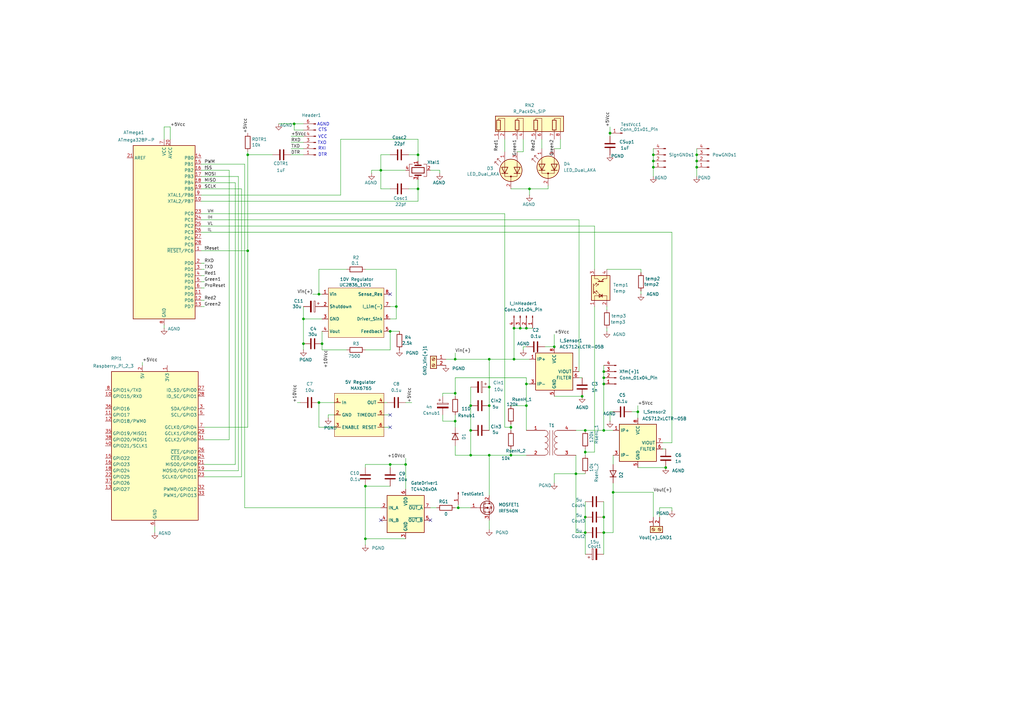
<source format=kicad_sch>
(kicad_sch (version 20250114) (generator "eeschema") (generator_version "9.0")
  (paper "A3")
  (title_block (title "EV Microgrid Flyback Converter") (company "Cal Poly, Senior Project"))
  (lib_symbols
    (symbol "C_1" (pin_numbers (hide yes)) (pin_names (offset 0.254))
      (property "Reference" "C" (at 0.635 2.54 0))
      (property "Value" "C" (at 0.635 -2.54 0))
      (symbol "C_1_1_1"
        (pin passive line (at 0 3.81 270) (length 2.794) (name "~") (number "1"))
        (pin passive line (at 0 -3.81 90) (length 2.794) (name "~") (number "2"))
      )
    )
    (symbol "Connector:Conn_01x01_Pin" (pin_names (offset 1.016) (hide yes))
      (property "Reference" "J" (at 0 2.54 0))
      (property "Value" "Conn_01x01_Pin" (at 0 -2.54 0))
      (symbol "Conn_01x01_Pin_1_1"
        (pin passive line (at 5.08 0 180) (length 3.81) (name "Pin_1") (number "1"))
      )
    )
    (symbol "Connector:Conn_01x04_Pin" (pin_names (offset 1.016) (hide yes))
      (property "Reference" "J" (at 0 5.08 0))
      (property "Value" "Conn_01x04_Pin" (at 0 -7.62 0))
      (symbol "Conn_01x04_Pin_1_1"
        (pin passive line (at 5.08 2.54 180) (length 3.81) (name "Pin_1") (number "1"))
        (pin passive line (at 5.08 0 180) (length 3.81) (name "Pin_2") (number "2"))
        (pin passive line (at 5.08 -2.54 180) (length 3.81) (name "Pin_3") (number "3"))
        (pin passive line (at 5.08 -5.08 180) (length 3.81) (name "Pin_4") (number "4"))
      )
    )
    (symbol "Connector:Raspberry_Pi_2_3"
      (property "Reference" "J" (at -17.78 31.75 0))
      (property "Value" "Raspberry_Pi_2_3" (at 10.16 -31.75 0))
      (symbol "Raspberry_Pi_2_3_1_1"
        (pin bidirectional line (at -20.32 22.86 0) (length 2.54) (name "GPIO14/TXD") (number "8"))
        (pin bidirectional line (at -20.32 20.32 0) (length 2.54) (name "GPIO15/RXD") (number "10"))
        (pin bidirectional line (at -20.32 15.24 0) (length 2.54) (name "GPIO16") (number "36"))
        (pin bidirectional line (at -20.32 12.7 0) (length 2.54) (name "GPIO17") (number "11"))
        (pin bidirectional line (at -20.32 10.16 0) (length 2.54) (name "GPIO18/PWM0") (number "12"))
        (pin bidirectional line (at -20.32 5.08 0) (length 2.54) (name "GPIO19/MISO1") (number "35"))
        (pin bidirectional line (at -20.32 2.54 0) (length 2.54) (name "GPIO20/MOSI1") (number "38"))
        (pin bidirectional line (at -20.32 0 0) (length 2.54) (name "GPIO21/SCLK1") (number "40"))
        (pin bidirectional line (at -20.32 -5.08 0) (length 2.54) (name "GPIO22") (number "15"))
        (pin bidirectional line (at -20.32 -7.62 0) (length 2.54) (name "GPIO23") (number "16"))
        (pin bidirectional line (at -20.32 -10.16 0) (length 2.54) (name "GPIO24") (number "18"))
        (pin bidirectional line (at -20.32 -12.7 0) (length 2.54) (name "GPIO25") (number "22"))
        (pin bidirectional line (at -20.32 -15.24 0) (length 2.54) (name "GPIO26") (number "37"))
        (pin bidirectional line (at -20.32 -17.78 0) (length 2.54) (name "GPIO27") (number "13"))
        (pin power_in line (at -5.08 33.02 270) (length 2.54) (name "5V") (number "2"))
        (pin passive line (at -5.08 33.02 270) (length 2.54) (hide yes) (name "5V") (number "4"))
        (pin passive line (at 0 -33.02 90) (length 2.54) (hide yes) (name "GND") (number "14"))
        (pin passive line (at 0 -33.02 90) (length 2.54) (hide yes) (name "GND") (number "20"))
        (pin passive line (at 0 -33.02 90) (length 2.54) (hide yes) (name "GND") (number "25"))
        (pin passive line (at 0 -33.02 90) (length 2.54) (hide yes) (name "GND") (number "30"))
        (pin passive line (at 0 -33.02 90) (length 2.54) (hide yes) (name "GND") (number "34"))
        (pin passive line (at 0 -33.02 90) (length 2.54) (hide yes) (name "GND") (number "39"))
        (pin power_in line (at 0 -33.02 90) (length 2.54) (name "GND") (number "6"))
        (pin passive line (at 0 -33.02 90) (length 2.54) (hide yes) (name "GND") (number "9"))
        (pin power_in line (at 5.08 33.02 270) (length 2.54) (name "3V3") (number "1"))
        (pin passive line (at 5.08 33.02 270) (length 2.54) (hide yes) (name "3V3") (number "17"))
        (pin bidirectional line (at 20.32 22.86 180) (length 2.54) (name "ID_SD/GPIO0") (number "27"))
        (pin bidirectional line (at 20.32 20.32 180) (length 2.54) (name "ID_SC/GPIO1") (number "28"))
        (pin bidirectional line (at 20.32 15.24 180) (length 2.54) (name "SDA/GPIO2") (number "3"))
        (pin bidirectional line (at 20.32 12.7 180) (length 2.54) (name "SCL/GPIO3") (number "5"))
        (pin bidirectional line (at 20.32 7.62 180) (length 2.54) (name "GCLK0/GPIO4") (number "7"))
        (pin bidirectional line (at 20.32 5.08 180) (length 2.54) (name "GCLK1/GPIO5") (number "29"))
        (pin bidirectional line (at 20.32 2.54 180) (length 2.54) (name "GCLK2/GPIO6") (number "31"))
        (pin bidirectional line (at 20.32 -2.54 180) (length 2.54) (name "~{CE1}/GPIO7") (number "26"))
        (pin bidirectional line (at 20.32 -5.08 180) (length 2.54) (name "~{CE0}/GPIO8") (number "24"))
        (pin bidirectional line (at 20.32 -7.62 180) (length 2.54) (name "MISO0/GPIO9") (number "21"))
        (pin bidirectional line (at 20.32 -10.16 180) (length 2.54) (name "MOSI0/GPIO10") (number "19"))
        (pin bidirectional line (at 20.32 -12.7 180) (length 2.54) (name "SCLK0/GPIO11") (number "23"))
        (pin bidirectional line (at 20.32 -17.78 180) (length 2.54) (name "PWM0/GPIO12") (number "32"))
        (pin bidirectional line (at 20.32 -20.32 180) (length 2.54) (name "PWM1/GPIO13") (number "33"))
      )
    )
    (symbol "Connector:Screw_Terminal_01x02" (pin_names (offset 1.016) (hide yes))
      (property "Reference" "J" (at 0 2.54 0))
      (property "Value" "Screw_Terminal_01x02" (at 0 -5.08 0))
      (symbol "Screw_Terminal_01x02_1_1"
        (pin passive line (at -5.08 0 0) (length 3.81) (name "Pin_1") (number "1"))
        (pin passive line (at -5.08 -2.54 0) (length 3.81) (name "Pin_2") (number "2"))
      )
    )
    (symbol "Device:C" (pin_numbers (hide yes)) (pin_names (offset 0.254))
      (property "Reference" "C" (at 0.635 2.54 0))
      (property "Value" "C" (at 0.635 -2.54 0))
      (symbol "C_1_1"
        (pin passive line (at 0 3.81 270) (length 2.794) (name "~") (number "1"))
        (pin passive line (at 0 -3.81 90) (length 2.794) (name "~") (number "2"))
      )
    )
    (symbol "Device:C_Polarized" (pin_numbers (hide yes)) (pin_names (offset 0.254))
      (property "Reference" "C" (at 0.635 2.54 0))
      (property "Value" "C_Polarized" (at 0.635 -2.54 0))
      (symbol "C_Polarized_1_1"
        (pin passive line (at 0 3.81 270) (length 2.794) (name "~") (number "1"))
        (pin passive line (at 0 -3.81 90) (length 2.794) (name "~") (number "2"))
      )
    )
    (symbol "Device:Crystal_GND23" (pin_names (offset 1.016) (hide yes))
      (property "Reference" "Y1" (at 11.43 6.4202 0))
      (property "Value" "Crystal_GND23" (at 11.43 3.8802 0))
      (symbol "Crystal_GND23_1_1"
        (pin passive line (at -3.81 0 0) (length 1.27) (name "1") (number "1"))
        (pin passive line (at 0 5.08 270) (length 1.27) (name "2") (number "2"))
        (pin passive line (at 0 -5.08 90) (length 1.27) (name "4") (number "4"))
        (pin passive line (at 3.81 0 180) (length 1.27) (name "3") (number "3"))
      )
    )
    (symbol "Device:D" (pin_numbers (hide yes)) (pin_names (offset 1.016) (hide yes))
      (property "Reference" "D" (at 0 2.54 0))
      (property "Value" "D" (at 0 -2.54 0))
      (symbol "D_1_1"
        (pin passive line (at -3.81 0 0) (length 2.54) (name "K") (number "1"))
        (pin passive line (at 3.81 0 180) (length 2.54) (name "A") (number "2"))
      )
    )
    (symbol "Device:LED_Dual_AKA" (pin_names (offset 0) (hide yes))
      (property "Reference" "D" (at 0 5.715 0))
      (property "Value" "LED_Dual_AKA" (at 0 -6.35 0))
      (symbol "LED_Dual_AKA_1_1"
        (pin input line (at -7.62 0 0) (length 3.048) (name "K") (number "2"))
        (pin input line (at 7.62 2.54 180) (length 3.81) (name "A1") (number "1"))
        (pin input line (at 7.62 -2.54 180) (length 3.81) (name "A2") (number "3"))
      )
    )
    (symbol "Device:R" (pin_numbers (hide yes)) (pin_names (offset 0))
      (property "Reference" "R" (at 2.032 0 90))
      (property "Value" "R" (at 0 0 90))
      (symbol "R_1_1"
        (pin passive line (at 0 3.81 270) (length 1.27) (name "~") (number "1"))
        (pin passive line (at 0 -3.81 90) (length 1.27) (name "~") (number "2"))
      )
    )
    (symbol "Device:R_Pack04_SIP" (pin_names (offset 0) (hide yes))
      (property "Reference" "RN" (at -15.24 0 90))
      (property "Value" "R_Pack04_SIP" (at 15.24 0 90))
      (symbol "R_Pack04_SIP_1_1"
        (pin passive line (at -12.7 -5.08 90) (length 3.81) (name "R1.1") (number "1"))
        (pin passive line (at -10.16 -5.08 90) (length 3.81) (name "R1.2") (number "2"))
        (pin passive line (at -5.08 -5.08 90) (length 3.81) (name "R2.1") (number "3"))
        (pin passive line (at -2.54 -5.08 90) (length 3.81) (name "R2.2") (number "4"))
        (pin passive line (at 2.54 -5.08 90) (length 3.81) (name "R3.1") (number "5"))
        (pin passive line (at 5.08 -5.08 90) (length 3.81) (name "R3.2") (number "6"))
        (pin passive line (at 10.16 -5.08 90) (length 3.81) (name "R4.1") (number "7"))
        (pin passive line (at 12.7 -5.08 90) (length 3.81) (name "R4.2") (number "8"))
      )
    )
    (symbol "Device:Transformer_1P_1S" (pin_names (offset 1.016) (hide yes))
      (property "Reference" "T" (at 0 6.35 0))
      (property "Value" "Transformer_1P_1S" (at 0 -7.62 0))
      (symbol "Transformer_1P_1S_1_1"
        (pin passive line (at -10.16 5.08 0) (length 7.62) (name "AA") (number "1"))
        (pin passive line (at -10.16 -5.08 0) (length 7.62) (name "AB") (number "2"))
        (pin passive line (at 10.16 5.08 180) (length 7.62) (name "SB") (number "4"))
        (pin passive line (at 10.16 -5.08 180) (length 7.62) (name "SA") (number "3"))
      )
    )
    (symbol "Driver_FET:TC4426xOA"
      (property "Reference" "U" (at -7.62 8.89 0))
      (property "Value" "TC4426xOA" (at 1.27 8.89 0))
      (symbol "TC4426xOA_1_1"
        (pin input line (at -10.16 2.54 0) (length 2.54) (name "IN_A") (number "2"))
        (pin input line (at -10.16 -2.54 0) (length 2.54) (name "IN_B") (number "4"))
        (pin no_connect line (at -7.62 0 0) (length 2.54) (hide yes) (name "NC") (number "1"))
        (pin power_in line (at 0 10.16 270) (length 2.54) (name "VDD") (number "6"))
        (pin power_in line (at 0 -10.16 90) (length 2.54) (name "GND") (number "3"))
        (pin no_connect line (at 7.62 0 180) (length 2.54) (hide yes) (name "NC") (number "8"))
        (pin output line (at 10.16 2.54 180) (length 2.54) (name "~{OUT_A}") (number "7"))
        (pin output line (at 10.16 -2.54 180) (length 2.54) (name "~{OUT_B}") (number "5"))
      )
    )
    (symbol "MCU_Microchip_ATmega:ATmega328P-P"
      (property "Reference" "U" (at -12.7 36.83 0))
      (property "Value" "ATmega328P-P" (at 2.54 -36.83 0))
      (symbol "ATmega328P-P_1_1"
        (pin passive line (at -15.24 30.48 0) (length 2.54) (name "AREF") (number "21"))
        (pin power_in line (at 0 38.1 270) (length 2.54) (name "VCC") (number "7"))
        (pin passive line (at 0 -38.1 90) (length 2.54) (hide yes) (name "GND") (number "22"))
        (pin power_in line (at 0 -38.1 90) (length 2.54) (name "GND") (number "8"))
        (pin power_in line (at 2.54 38.1 270) (length 2.54) (name "AVCC") (number "20"))
        (pin bidirectional line (at 15.24 30.48 180) (length 2.54) (name "PB0") (number "14"))
        (pin bidirectional line (at 15.24 27.94 180) (length 2.54) (name "PB1") (number "15"))
        (pin bidirectional line (at 15.24 25.4 180) (length 2.54) (name "PB2") (number "16"))
        (pin bidirectional line (at 15.24 22.86 180) (length 2.54) (name "PB3") (number "17"))
        (pin bidirectional line (at 15.24 20.32 180) (length 2.54) (name "PB4") (number "18"))
        (pin bidirectional line (at 15.24 17.78 180) (length 2.54) (name "PB5") (number "19"))
        (pin bidirectional line (at 15.24 15.24 180) (length 2.54) (name "XTAL1/PB6") (number "9"))
        (pin bidirectional line (at 15.24 12.7 180) (length 2.54) (name "XTAL2/PB7") (number "10"))
        (pin bidirectional line (at 15.24 7.62 180) (length 2.54) (name "PC0") (number "23"))
        (pin bidirectional line (at 15.24 5.08 180) (length 2.54) (name "PC1") (number "24"))
        (pin bidirectional line (at 15.24 2.54 180) (length 2.54) (name "PC2") (number "25"))
        (pin bidirectional line (at 15.24 0 180) (length 2.54) (name "PC3") (number "26"))
        (pin bidirectional line (at 15.24 -2.54 180) (length 2.54) (name "PC4") (number "27"))
        (pin bidirectional line (at 15.24 -5.08 180) (length 2.54) (name "PC5") (number "28"))
        (pin bidirectional line (at 15.24 -7.62 180) (length 2.54) (name "~{RESET}/PC6") (number "1"))
        (pin bidirectional line (at 15.24 -12.7 180) (length 2.54) (name "PD0") (number "2"))
        (pin bidirectional line (at 15.24 -15.24 180) (length 2.54) (name "PD1") (number "3"))
        (pin bidirectional line (at 15.24 -17.78 180) (length 2.54) (name "PD2") (number "4"))
        (pin bidirectional line (at 15.24 -20.32 180) (length 2.54) (name "PD3") (number "5"))
        (pin bidirectional line (at 15.24 -22.86 180) (length 2.54) (name "PD4") (number "6"))
        (pin bidirectional line (at 15.24 -25.4 180) (length 2.54) (name "PD5") (number "11"))
        (pin bidirectional line (at 15.24 -27.94 180) (length 2.54) (name "PD6") (number "12"))
        (pin bidirectional line (at 15.24 -30.48 180) (length 2.54) (name "PD7") (number "13"))
      )
    )
    (symbol "New_Library:MAX6765"
      (property "Reference" "MAX6765" (at 0.762 0.762 0))
      (property "Value" "5V Regulator" (at 0.508 3.302 0))
      (symbol "MAX6765_1_1"
        (pin input line (at -10.16 -5.08 0) (length 2.54) (name "In") (number "1"))
        (pin input line (at -10.16 -10.16 0) (length 2.54) (name "GND") (number "2"))
        (pin input line (at -10.16 -15.24 0) (length 2.54) (name "ENABLE") (number "3"))
        (pin input line (at 10.16 -5.08 180) (length 2.54) (name "OUT") (number "4"))
        (pin input line (at 10.16 -10.16 180) (length 2.54) (name "TIMEOUT") (number "5"))
        (pin input line (at 10.16 -15.24 180) (length 2.54) (name "RESET") (number "6"))
      )
    )
    (symbol "Regulator:UC2836D"
      (property "Reference" "UC2836D" (at 0 0 0))
      (symbol "UC2836D_1_1"
        (pin input line (at -13.97 -3.81 0) (length 2.54) (name "Vin") (number "1"))
        (pin input line (at -13.97 -8.89 0) (length 2.54) (name "Shutdown") (number "2"))
        (pin output line (at -13.97 -13.97 0) (length 2.54) (name "GND") (number "3"))
        (pin output line (at -13.97 -19.05 0) (length 2.54) (name "Vout") (number "4"))
        (pin unspecified line (at 13.97 -3.81 180) (length 2.54) (name "Sense_Res") (number "8"))
        (pin output line (at 13.97 -8.89 180) (length 2.54) (name "I_Lim(-)") (number "7"))
        (pin input line (at 13.97 -13.97 180) (length 2.54) (name "Driver_Sink") (number "6"))
        (pin input line (at 13.97 -19.05 180) (length 2.54) (name "Feedback") (number "5"))
      )
    )
    (symbol "Sensor_Current:ACS712xLCTR-05B"
      (property "Reference" "U" (at 2.54 11.43 0))
      (property "Value" "ACS712xLCTR-05B" (at 2.54 8.89 0))
      (symbol "ACS712xLCTR-05B_1_1"
        (pin passive line (at -10.16 5.08 0) (length 2.54) (name "IP+") (number "1"))
        (pin passive line (at -10.16 5.08 0) (length 2.54) (hide yes) (name "IP+") (number "2"))
        (pin passive line (at -10.16 -5.08 0) (length 2.54) (name "IP-") (number "3"))
        (pin passive line (at -10.16 -5.08 0) (length 2.54) (hide yes) (name "IP-") (number "4"))
        (pin power_in line (at 0 10.16 270) (length 2.54) (name "VCC") (number "8"))
        (pin power_in line (at 0 -10.16 90) (length 2.54) (name "GND") (number "5"))
        (pin output line (at 10.16 0 180) (length 2.54) (name "VIOUT") (number "7"))
        (pin passive line (at 10.16 -2.54 180) (length 2.54) (name "FILTER") (number "6"))
      )
    )
    (symbol "Sensor_Proximity:SG-105" (pin_names (offset 1.016) (hide yes))
      (property "Reference" "U" (at -3.81 5.08 0))
      (property "Value" "SG-105" (at 8.89 5.08 0))
      (symbol "SG-105_1_1"
        (pin passive line (at -7.62 2.54 0) (length 2.54) (name "A") (number "1"))
        (pin passive line (at -7.62 -2.54 0) (length 2.54) (name "K") (number "2"))
        (pin open_collector line (at 7.62 2.54 180) (length 2.54) (name "C") (number "3"))
        (pin open_emitter line (at 7.62 -2.54 180) (length 2.54) (name "E") (number "4"))
      )
    )
    (symbol "Transistor_FET:IRF540N" (pin_names (hide yes))
      (property "Reference" "Q" (at 5.08 1.905 0))
      (property "Value" "IRF540N" (at 5.08 0 0))
      (symbol "IRF540N_1_1"
        (pin input line (at -5.08 0 0) (length 2.54) (name "G") (number "1"))
        (pin passive line (at 2.54 5.08 270) (length 2.54) (name "D") (number "2"))
        (pin passive line (at 2.54 -5.08 90) (length 2.54) (name "S") (number "3"))
      )
    )
    (symbol "conn_01x06_male:Conn_01x06_Male" (pin_names (offset 1.016) (hide yes))
      (property "Reference" "HeaderFTDI1" (at -6.35 -1.524 0))
      (property "Value" "Conn_01x06_Male" (at -6.35 -3.8354 0))
      (symbol "Conn_01x06_Male_1_1"
        (pin passive line (at 5.08 5.08 180) (length 3.81) (name "Pin_1") (number "1"))
        (pin passive line (at 5.08 2.54 180) (length 3.81) (name "Pin_2") (number "2"))
        (pin passive line (at 5.08 0 180) (length 3.81) (name "Pin_3") (number "3"))
        (pin passive line (at 5.08 -2.54 180) (length 3.81) (name "Pin_4") (number "4"))
        (pin passive line (at 5.08 -5.08 180) (length 3.81) (name "Pin_5") (number "5"))
        (pin passive line (at 5.08 -7.62 180) (length 3.81) (name "Pin_6") (number "6"))
      )
    )
    (symbol "power:GND" (power) (pin_numbers (hide yes)) (pin_names (offset 0) (hide yes))
      (property "Value" "GND" (at 0 -3.81 0))
      (symbol "GND_1_1"
        (pin power_in line (at 0 0 270) (length 0) (name "~") (number "1"))
      )
    )
  )
  (text "AGND\n\n" (at 132.588 52.07 0) (effects (font (size 1.27 1.27))))
  (text "VCC" (at 132.334 56.134 0) (effects (font (size 1.27 1.27))))
  (text "RXI\n" (at 132.08 60.96 0) (effects (font (size 1.27 1.27))))
  (text "CTS\n" (at 132.334 53.34 0) (effects (font (size 1.27 1.27))))
  (text "TXO\n\n" (at 132.08 59.69 0) (effects (font (size 1.27 1.27))))
  (text "DTR\n" (at 132.334 63.5 0) (effects (font (size 1.27 1.27))))
  (junction (at 285.75 68.58))
  (junction (at 187.96 208.28))
  (junction (at 209.55 175.26))
  (junction (at 193.04 166.37))
  (junction (at 171.45 77.47))
  (junction (at 217.17 77.47))
  (junction (at 285.75 63.5))
  (junction (at 285.75 66.04))
  (junction (at 240.03 185.42))
  (junction (at 200.66 186.69))
  (junction (at 186.69 172.72))
  (junction (at 238.76 162.56))
  (junction (at 247.65 154.94))
  (junction (at 273.05 191.77))
  (junction (at 130.81 165.1))
  (junction (at 247.65 176.53))
  (junction (at 250.19 54.61))
  (junction (at 215.9 166.37))
  (junction (at 210.82 134.62))
  (junction (at 240.03 212.09))
  (junction (at 240.03 176.53))
  (junction (at 171.45 63.5))
  (junction (at 120.65 50.8))
  (junction (at 160.02 135.89))
  (junction (at 267.97 66.04))
  (junction (at 124.46 130.81))
  (junction (at 251.46 201.93))
  (junction (at 213.36 134.62))
  (junction (at 227.33 142.24))
  (junction (at 101.6 63.5))
  (junction (at 186.69 147.32))
  (junction (at 261.62 168.91))
  (junction (at 236.22 194.31))
  (junction (at 247.65 157.48))
  (junction (at 130.81 120.65))
  (junction (at 149.86 199.39))
  (junction (at 101.6 102.87))
  (junction (at 267.97 68.58))
  (junction (at 215.9 157.48))
  (junction (at 215.9 134.62))
  (junction (at 240.03 218.44))
  (junction (at 166.37 190.5))
  (junction (at 149.86 220.98))
  (junction (at 247.65 212.09))
  (junction (at 210.82 147.32))
  (junction (at 267.97 63.5))
  (junction (at 193.04 176.53))
  (junction (at 156.21 69.85))
  (junction (at 247.65 218.44))
  (junction (at 200.66 166.37))
  (junction (at 247.65 152.4))
  (junction (at 200.66 158.75))
  (junction (at 162.56 125.73))
  (junction (at 200.66 147.32))
  (junction (at 132.08 140.97))
  (junction (at 209.55 186.69))
  (junction (at 186.69 161.29))
  (junction (at 160.02 190.5))
  (junction (at 193.04 186.69))
  (junction (at 124.46 140.97))
  (no_connect (at 160.02 120.65))
  (no_connect (at 160.02 175.26))
  (no_connect (at 176.53 213.36))
  (no_connect (at 156.21 213.36))
  (no_connect (at 160.02 170.18))
  (wire (pts (xy 130.81 175.26) (xy 130.81 165.1)))
  (wire (pts (xy 209.55 166.37) (xy 215.9 166.37)))
  (wire (pts (xy 217.17 77.47) (xy 217.17 80.01)))
  (wire (pts (xy 149.86 199.39) (xy 160.02 199.39)))
  (wire (pts (xy 236.22 194.31) (xy 236.22 218.44)))
  (wire (pts (xy 101.6 63.5) (xy 111.76 63.5)))
  (wire (pts (xy 215.9 154.94) (xy 215.9 157.48)))
  (wire (pts (xy 152.4 71.12) (xy 152.4 69.85)))
  (wire (pts (xy 171.45 77.47) (xy 171.45 82.55)))
  (wire (pts (xy 182.88 147.32) (xy 186.69 147.32)))
  (wire (pts (xy 67.31 133.35) (xy 67.31 134.62)))
  (wire (pts (xy 247.65 157.48) (xy 247.65 176.53)))
  (wire (pts (xy 261.62 191.77) (xy 273.05 191.77)))
  (wire (pts (xy 119.38 63.5) (xy 124.46 63.5)))
  (wire (pts (xy 209.55 173.99) (xy 209.55 175.26)))
  (wire (pts (xy 171.45 73.66) (xy 171.45 77.47)))
  (wire (pts (xy 162.56 130.81) (xy 162.56 125.73)))
  (wire (pts (xy 181.61 161.29) (xy 186.69 161.29)))
  (wire (pts (xy 120.65 50.8) (xy 120.65 53.34)))
  (wire (pts (xy 67.31 57.15) (xy 67.31 52.07)))
  (wire (pts (xy 67.31 52.07) (xy 69.85 52.07)))
  (wire (pts (xy 96.52 74.93) (xy 82.55 74.93)))
  (wire (pts (xy 267.97 66.04) (xy 267.97 68.58)))
  (wire (pts (xy 139.7 57.15) (xy 139.7 80.01)))
  (wire (pts (xy 200.66 147.32) (xy 210.82 147.32)))
  (wire (pts (xy 82.55 118.11) (xy 83.82 118.11)))
  (wire (pts (xy 130.81 120.65) (xy 130.81 110.49)))
  (wire (pts (xy 162.56 125.73) (xy 160.02 125.73)))
  (wire (pts (xy 243.84 185.42) (xy 240.03 185.42)))
  (wire (pts (xy 262.89 111.76) (xy 262.89 110.49)))
  (wire (pts (xy 157.48 165.1) (xy 158.75 165.1)))
  (wire (pts (xy 243.84 125.73) (xy 243.84 185.42)))
  (wire (pts (xy 186.69 172.72) (xy 186.69 170.18)))
  (wire (pts (xy 82.55 87.63) (xy 207.01 87.63)))
  (wire (pts (xy 156.21 63.5) (xy 156.21 69.85)))
  (wire (pts (xy 224.79 77.47) (xy 224.79 76.2)))
  (wire (pts (xy 193.04 166.37) (xy 193.04 176.53)))
  (wire (pts (xy 83.82 193.04) (xy 97.79 193.04)))
  (wire (pts (xy 210.82 134.62) (xy 210.82 147.32)))
  (wire (pts (xy 128.27 120.65) (xy 130.81 120.65)))
  (wire (pts (xy 82.55 123.19) (xy 83.82 123.19)))
  (wire (pts (xy 156.21 69.85) (xy 156.21 77.47)))
  (wire (pts (xy 227.33 194.31) (xy 236.22 194.31)))
  (wire (pts (xy 207.01 87.63) (xy 207.01 175.26)))
  (wire (pts (xy 97.79 193.04) (xy 97.79 72.39)))
  (wire (pts (xy 236.22 186.69) (xy 236.22 194.31)))
  (wire (pts (xy 187.96 208.28) (xy 193.04 208.28)))
  (wire (pts (xy 247.65 212.09) (xy 247.65 205.74)))
  (wire (pts (xy 132.08 143.51) (xy 142.24 143.51)))
  (wire (pts (xy 130.81 110.49) (xy 142.24 110.49)))
  (wire (pts (xy 193.04 176.53) (xy 193.04 186.69)))
  (wire (pts (xy 285.75 68.58) (xy 285.75 72.39)))
  (wire (pts (xy 209.55 175.26) (xy 209.55 176.53)))
  (wire (pts (xy 250.19 54.61) (xy 250.19 55.88)))
  (wire (pts (xy 166.37 190.5) (xy 166.37 187.96)))
  (wire (pts (xy 82.55 82.55) (xy 171.45 82.55)))
  (wire (pts (xy 83.82 175.26) (xy 101.6 175.26)))
  (wire (pts (xy 193.04 158.75) (xy 193.04 166.37)))
  (wire (pts (xy 99.06 77.47) (xy 82.55 77.47)))
  (wire (pts (xy 223.52 142.24) (xy 227.33 142.24)))
  (wire (pts (xy 247.65 176.53) (xy 251.46 176.53)))
  (wire (pts (xy 132.08 140.97) (xy 132.08 143.51)))
  (wire (pts (xy 270.51 208.28) (xy 270.51 212.09)))
  (wire (pts (xy 124.46 125.73) (xy 124.46 130.81)))
  (wire (pts (xy 100.33 208.28) (xy 156.21 208.28)))
  (wire (pts (xy 247.65 149.86) (xy 247.65 152.4)))
  (wire (pts (xy 247.65 152.4) (xy 247.65 154.94)))
  (wire (pts (xy 267.97 201.93) (xy 251.46 201.93)))
  (wire (pts (xy 247.65 218.44) (xy 251.46 218.44)))
  (wire (pts (xy 82.55 110.49) (xy 83.82 110.49)))
  (wire (pts (xy 162.56 110.49) (xy 162.56 125.73)))
  (wire (pts (xy 236.22 176.53) (xy 240.03 176.53)))
  (wire (pts (xy 82.55 107.95) (xy 83.82 107.95)))
  (wire (pts (xy 186.69 162.56) (xy 186.69 161.29)))
  (wire (pts (xy 251.46 218.44) (xy 251.46 201.93)))
  (wire (pts (xy 149.86 110.49) (xy 162.56 110.49)))
  (wire (pts (xy 121.92 165.1) (xy 123.19 165.1)))
  (wire (pts (xy 214.63 142.24) (xy 214.63 143.51)))
  (wire (pts (xy 101.6 62.23) (xy 101.6 63.5)))
  (wire (pts (xy 82.55 102.87) (xy 101.6 102.87)))
  (wire (pts (xy 251.46 168.91) (xy 250.19 168.91)))
  (wire (pts (xy 285.75 63.5) (xy 285.75 66.04)))
  (wire (pts (xy 250.19 168.91) (xy 250.19 172.72)))
  (wire (pts (xy 240.03 218.44) (xy 240.03 212.09)))
  (wire (pts (xy 101.6 102.87) (xy 101.6 63.5)))
  (wire (pts (xy 82.55 92.71) (xy 243.84 92.71)))
  (wire (pts (xy 271.78 181.61) (xy 275.59 181.61)))
  (wire (pts (xy 156.21 69.85) (xy 166.37 69.85)))
  (wire (pts (xy 247.65 227.33) (xy 247.65 218.44)))
  (wire (pts (xy 237.49 152.4) (xy 237.49 90.17)))
  (wire (pts (xy 156.21 63.5) (xy 160.02 63.5)))
  (wire (pts (xy 236.22 194.31) (xy 240.03 194.31)))
  (wire (pts (xy 222.25 57.15) (xy 222.25 60.96)))
  (wire (pts (xy 227.33 137.16) (xy 227.33 142.24)))
  (wire (pts (xy 120.65 50.8) (xy 124.46 50.8)))
  (wire (pts (xy 209.55 184.15) (xy 209.55 186.69)))
  (wire (pts (xy 58.42 148.59) (xy 58.42 149.86)))
  (wire (pts (xy 82.55 69.85) (xy 93.98 69.85)))
  (wire (pts (xy 207.01 57.15) (xy 207.01 62.23)))
  (wire (pts (xy 82.55 95.25) (xy 275.59 95.25)))
  (wire (pts (xy 160.02 135.89) (xy 163.83 135.89)))
  (wire (pts (xy 200.66 158.75) (xy 200.66 166.37)))
  (wire (pts (xy 97.79 72.39) (xy 82.55 72.39)))
  (wire (pts (xy 139.7 57.15) (xy 171.45 57.15)))
  (wire (pts (xy 259.08 168.91) (xy 261.62 168.91)))
  (wire (pts (xy 139.7 80.01) (xy 82.55 80.01)))
  (wire (pts (xy 119.38 60.96) (xy 124.46 60.96)))
  (wire (pts (xy 63.5 215.9) (xy 63.5 218.44)))
  (wire (pts (xy 176.53 69.85) (xy 180.34 69.85)))
  (wire (pts (xy 267.97 60.96) (xy 267.97 63.5)))
  (wire (pts (xy 209.55 186.69) (xy 200.66 186.69)))
  (wire (pts (xy 267.97 201.93) (xy 267.97 212.09)))
  (wire (pts (xy 186.69 144.78) (xy 186.69 147.32)))
  (wire (pts (xy 215.9 157.48) (xy 215.9 166.37)))
  (wire (pts (xy 285.75 60.96) (xy 285.75 63.5)))
  (wire (pts (xy 119.38 55.88) (xy 124.46 55.88)))
  (wire (pts (xy 209.55 77.47) (xy 217.17 77.47)))
  (wire (pts (xy 181.61 170.18) (xy 181.61 172.72)))
  (wire (pts (xy 247.65 154.94) (xy 247.65 157.48)))
  (wire (pts (xy 210.82 134.62) (xy 213.36 134.62)))
  (wire (pts (xy 237.49 90.17) (xy 82.55 90.17)))
  (wire (pts (xy 119.38 58.42) (xy 124.46 58.42)))
  (wire (pts (xy 100.33 67.31) (xy 100.33 208.28)))
  (wire (pts (xy 186.69 175.26) (xy 186.69 172.72)))
  (wire (pts (xy 137.16 165.1) (xy 130.81 165.1)))
  (wire (pts (xy 217.17 77.47) (xy 224.79 77.47)))
  (wire (pts (xy 160.02 170.18) (xy 157.48 170.18)))
  (wire (pts (xy 207.01 175.26) (xy 209.55 175.26)))
  (wire (pts (xy 236.22 218.44) (xy 240.03 218.44)))
  (wire (pts (xy 181.61 162.56) (xy 181.61 161.29)))
  (wire (pts (xy 171.45 57.15) (xy 171.45 63.5)))
  (wire (pts (xy 176.53 208.28) (xy 179.07 208.28)))
  (wire (pts (xy 124.46 130.81) (xy 132.08 130.81)))
  (wire (pts (xy 270.51 208.28) (xy 275.59 208.28)))
  (wire (pts (xy 227.33 60.96) (xy 229.87 60.96)))
  (wire (pts (xy 248.92 135.89) (xy 248.92 134.62)))
  (wire (pts (xy 82.55 67.31) (xy 100.33 67.31)))
  (wire (pts (xy 215.9 142.24) (xy 214.63 142.24)))
  (wire (pts (xy 160.02 190.5) (xy 160.02 191.77)))
  (wire (pts (xy 149.86 220.98) (xy 149.86 223.52)))
  (wire (pts (xy 167.64 77.47) (xy 171.45 77.47)))
  (wire (pts (xy 229.87 57.15) (xy 229.87 60.96)))
  (wire (pts (xy 124.46 143.51) (xy 124.46 140.97)))
  (wire (pts (xy 82.55 115.57) (xy 83.82 115.57)))
  (wire (pts (xy 200.66 213.36) (xy 200.66 217.17)))
  (wire (pts (xy 267.97 68.58) (xy 267.97 72.39)))
  (wire (pts (xy 160.02 130.81) (xy 162.56 130.81)))
  (wire (pts (xy 82.55 113.03) (xy 83.82 113.03)))
  (wire (pts (xy 217.17 157.48) (xy 215.9 157.48)))
  (wire (pts (xy 240.03 212.09) (xy 240.03 205.74)))
  (wire (pts (xy 200.66 147.32) (xy 200.66 158.75)))
  (wire (pts (xy 243.84 92.71) (xy 243.84 110.49)))
  (wire (pts (xy 240.03 185.42) (xy 240.03 184.15)))
  (wire (pts (xy 187.96 207.01) (xy 187.96 208.28)))
  (wire (pts (xy 167.64 63.5) (xy 171.45 63.5)))
  (wire (pts (xy 166.37 165.1) (xy 168.91 165.1)))
  (wire (pts (xy 186.69 154.94) (xy 215.9 154.94)))
  (wire (pts (xy 215.9 166.37) (xy 215.9 176.53)))
  (wire (pts (xy 134.62 170.18) (xy 137.16 170.18)))
  (wire (pts (xy 262.89 120.65) (xy 262.89 119.38)))
  (wire (pts (xy 186.69 161.29) (xy 186.69 154.94)))
  (wire (pts (xy 262.89 110.49) (xy 248.92 110.49)))
  (wire (pts (xy 130.81 175.26) (xy 137.16 175.26)))
  (wire (pts (xy 96.52 190.5) (xy 96.52 74.93)))
  (wire (pts (xy 210.82 147.32) (xy 217.17 147.32)))
  (wire (pts (xy 200.66 166.37) (xy 200.66 176.53)))
  (wire (pts (xy 149.86 199.39) (xy 149.86 220.98)))
  (wire (pts (xy 101.6 175.26) (xy 101.6 102.87)))
  (wire (pts (xy 186.69 186.69) (xy 186.69 182.88)))
  (wire (pts (xy 212.09 62.23) (xy 214.63 62.23)))
  (wire (pts (xy 251.46 201.93) (xy 251.46 198.12)))
  (wire (pts (xy 149.86 190.5) (xy 160.02 190.5)))
  (wire (pts (xy 186.69 186.69) (xy 193.04 186.69)))
  (wire (pts (xy 227.33 198.12) (xy 227.33 194.31)))
  (wire (pts (xy 275.59 95.25) (xy 275.59 181.61)))
  (wire (pts (xy 251.46 186.69) (xy 251.46 190.5)))
  (wire (pts (xy 149.86 191.77) (xy 149.86 190.5)))
  (wire (pts (xy 83.82 190.5) (xy 96.52 190.5)))
  (wire (pts (xy 124.46 53.34) (xy 120.65 53.34)))
  (wire (pts (xy 93.98 180.34) (xy 83.82 180.34)))
  (wire (pts (xy 160.02 175.26) (xy 157.48 175.26)))
  (wire (pts (xy 186.69 147.32) (xy 200.66 147.32)))
  (wire (pts (xy 193.04 186.69) (xy 200.66 186.69)))
  (wire (pts (xy 124.46 130.81) (xy 124.46 140.97)))
  (wire (pts (xy 240.03 227.33) (xy 240.03 218.44)))
  (wire (pts (xy 261.62 168.91) (xy 261.62 171.45)))
  (wire (pts (xy 166.37 190.5) (xy 160.02 190.5)))
  (wire (pts (xy 99.06 195.58) (xy 99.06 77.47)))
  (wire (pts (xy 240.03 176.53) (xy 247.65 176.53)))
  (wire (pts (xy 130.81 120.65) (xy 132.08 120.65)))
  (wire (pts (xy 93.98 180.34) (xy 93.98 69.85)))
  (wire (pts (xy 156.21 77.47) (xy 160.02 77.47)))
  (wire (pts (xy 261.62 166.37) (xy 261.62 168.91)))
  (wire (pts (xy 152.4 69.85) (xy 156.21 69.85)))
  (wire (pts (xy 285.75 66.04) (xy 285.75 68.58)))
  (wire (pts (xy 186.69 208.28) (xy 187.96 208.28)))
  (wire (pts (xy 215.9 186.69) (xy 209.55 186.69)))
  (wire (pts (xy 82.55 125.73) (xy 83.82 125.73)))
  (wire (pts (xy 69.85 52.07) (xy 69.85 57.15)))
  (wire (pts (xy 83.82 195.58) (xy 99.06 195.58)))
  (wire (pts (xy 180.34 69.85) (xy 180.34 71.12)))
  (wire (pts (xy 267.97 63.5) (xy 267.97 66.04)))
  (wire (pts (xy 114.3 50.8) (xy 120.65 50.8)))
  (wire (pts (xy 200.66 186.69) (xy 200.66 203.2)))
  (wire (pts (xy 240.03 186.69) (xy 240.03 185.42)))
  (wire (pts (xy 275.59 208.28) (xy 275.59 209.55)))
  (wire (pts (xy 134.62 170.18) (xy 134.62 171.45)))
  (wire (pts (xy 250.19 52.07) (xy 250.19 54.61)))
  (wire (pts (xy 247.65 218.44) (xy 247.65 212.09)))
  (wire (pts (xy 215.9 134.62) (xy 218.44 134.62)))
  (wire (pts (xy 149.86 220.98) (xy 166.37 220.98)))
  (wire (pts (xy 248.92 127) (xy 248.92 125.73)))
  (wire (pts (xy 166.37 190.5) (xy 166.37 200.66)))
  (wire (pts (xy 213.36 134.62) (xy 215.9 134.62)))
  (wire (pts (xy 238.76 154.94) (xy 237.49 154.94)))
  (wire (pts (xy 214.63 57.15) (xy 214.63 62.23)))
  (wire (pts (xy 171.45 63.5) (xy 171.45 66.04)))
  (wire (pts (xy 160.02 143.51) (xy 160.02 135.89)))
  (wire (pts (xy 227.33 162.56) (xy 238.76 162.56)))
  (wire (pts (xy 273.05 184.15) (xy 271.78 184.15)))
  (wire (pts (xy 181.61 172.72) (xy 186.69 172.72)))
  (wire (pts (xy 149.86 143.51) (xy 160.02 143.51)))
  (wire (pts (xy 132.08 135.89) (xy 132.08 140.97)))
  (label "VL" (at 85.09 92.71 0))
  (label "Vin(+)" (at 186.69 144.78 0))
  (label "Red1" (at 204.47 57.15 270))
  (label "SCLK" (at 83.82 77.47 0))
  (label "PWM" (at 83.82 67.31 0))
  (label "RXD" (at 119.38 58.42 0))
  (label "Red1" (at 83.82 113.03 0))
  (label "Vout(+)" (at 267.97 201.93 0))
  (label "Red2" (at 219.71 57.15 270))
  (label "+5Vcc" (at 168.91 165.1 90))
  (label "Vin(+)" (at 128.27 120.65 180))
  (label "ProReset" (at 83.82 118.11 0))
  (label "+5Vcc" (at 58.42 148.59 0))
  (label "MOSI" (at 83.82 72.39 0))
  (label "!SS" (at 83.82 69.85 0))
  (label "+10Vcc" (at 121.92 165.1 90))
  (label "DTR" (at 119.38 63.5 0))
  (label "Green1" (at 83.82 115.57 0))
  (label "+5Vcc" (at 250.19 52.07 90))
  (label "MISO" (at 83.82 74.93 0))
  (label "RXD" (at 83.82 107.95 0))
  (label "IL" (at 85.09 95.25 0))
  (label "Green1" (at 212.09 57.15 270))
  (label "VH" (at 85.09 87.63 0))
  (label "+5Vcc" (at 69.85 52.07 0))
  (label "Green2" (at 227.33 57.15 270))
  (label "+5Vcc" (at 261.62 166.37 0))
  (label "Green2" (at 83.82 125.73 0))
  (label "!Reset" (at 83.82 102.87 0))
  (label "+10Vcc" (at 166.37 187.96 180))
  (label "+5Vcc" (at 227.33 137.16 0))
  (label "+5Vcc" (at 101.6 54.61 90))
  (label "IH" (at 85.09 90.17 0))
  (label "TXD" (at 83.82 110.49 0))
  (label "TXD" (at 119.38 60.96 0))
  (label "Red2" (at 83.82 123.19 0))
  (label "+10Vcc" (at 134.62 143.51 270))
  (label "+5Vcc" (at 119.38 55.88 0))
  (symbol (lib_id "power:GND") (at 275.59 209.55 0) (unit 1)
    (property "Reference" "#PWR021" (effects (hide yes)))
    (property "Value" "PGND" (at 271.78 210.566 0))
    (property "Description" "Power symbol creates a global label with name \"GND\" , ground" (effects (hide yes)))
  )
  (symbol (lib_id "Device:C") (at 196.85 176.53 270) (unit 1)
    (property "Reference" "Cin3" (at 203.454 175.006 90))
    (property "Value" "5u" (at 203.2 177.292 90))
    (property "Footprint" "Capacitor_SMD:C_0805_2012Metric" (effects (hide yes)))
    (property "Datasheet" "https://mm.digikey.com/Volume0/opasdata/d220001/medias/docus/41/CL21A475KAQNNNE_Spec.pdf" (effects (hide yes)))
    (property "Description" "Unpolarized capacitor" (effects (hide yes)))
  )
  (symbol (lib_id "power:GND") (at 273.05 191.77 0) (unit 1)
    (property "Reference" "#PWR06" (effects (hide yes)))
    (property "Value" "AGND" (at 275.59 193.0399 0) (effects (justify left)))
    (property "Description" "Power symbol creates a global label with name \"GND\" , ground" (effects (hide yes)))
  )
  (symbol (lib_id "power:GND") (at 238.76 162.56 0) (unit 1)
    (property "Reference" "#PWR04" (effects (hide yes)))
    (property "Value" "AGND" (at 236.22 167.132 0) (effects (justify left)))
    (property "Description" "Power symbol creates a global label with name \"GND\" , ground" (effects (hide yes)))
  )
  (symbol (lib_id "power:GND") (at 67.31 134.62 0) (unit 1)
    (property "Reference" "#PWR011" (effects (hide yes)))
    (property "Value" "AGND" (at 71.374 134.874 0))
    (property "Description" "Power symbol creates a global label with name \"GND\" , ground" (effects (hide yes)))
  )
  (symbol (lib_id "power:GND") (at 227.33 198.12 0) (unit 1)
    (property "Reference" "#PWR022" (effects (hide yes)))
    (property "Value" "PGND" (at 223.52 199.136 0))
    (property "Description" "Power symbol creates a global label with name \"GND\" , ground" (effects (hide yes)))
  )
  (symbol (lib_id "Device:R") (at 209.55 170.18 180) (unit 1)
    (property "Reference" "RsenH_1" (at 218.186 163.83 0) (effects (justify left)))
    (property "Value" "120k" (at 212.598 165.862 0) (effects (justify left)))
    (property "Footprint" "Resistor_SMD:R_0805_2012Metric" (effects (hide yes)))
    (property "Datasheet" "https://www.vishay.com/docs/20035/dcrcwe3.pdf" (effects (hide yes)))
    (property "Description" "Resistor" (effects (hide yes)))
  )
  (symbol (lib_id "power:GND") (at 217.17 80.01 0) (unit 1)
    (property "Reference" "#PWR08" (effects (hide yes)))
    (property "Value" "AGND" (at 216.916 83.82 0))
    (property "Description" "Power symbol creates a global label with name \"GND\" , ground" (effects (hide yes)))
  )
  (symbol (lib_name "C_1") (lib_id "Device:C") (at 162.56 165.1 90) (unit 1)
    (property "Reference" "C8" (at 162.56 157.48 90))
    (property "Value" "0.1u" (at 162.56 160.02 90))
    (property "Footprint" "Capacitor_SMD:C_0805_2012Metric" (effects (hide yes)))
    (property "Datasheet" "https://www.yageo.com/upload/media/product/productsearch/datasheet/mlcc/UPY-GPHC_X7R_6.3V-to-250V_24.pdf" (effects (hide yes)))
    (property "Description" "Unpolarized capacitor" (effects (hide yes)))
  )
  (symbol (lib_id "Connector:Conn_01x01_Pin") (at 187.96 201.93 270) (unit 1)
    (property "Reference" "TestGate1" (at 189.23 202.5649 90) (effects (justify left)))
    (property "Value" "Conn_01x01_Pin" (effects (hide yes)))
    (property "Footprint" "Connector_JST:JST_XH_B1B-XH-AM_1x01_P2.50mm_Vertical" (effects (hide yes)))
    (property "Description" "Generic connector, single row, 01x01, script generated" (effects (hide yes)))
  )
  (symbol (lib_id "Driver_FET:TC4426xOA") (at 166.37 210.82 0) (unit 1)
    (property "Reference" "GateDriver1" (at 168.5133 198.12 0) (effects (justify left)))
    (property "Value" "TC4426xOA" (at 168.5133 200.66 0) (effects (justify left)))
    (property "Footprint" "Package_SO:SOIC-8_3.9x4.9mm_P1.27mm" (effects (hide yes)))
    (property "Datasheet" "https://ww1.microchip.com/downloads/en/DeviceDoc/20001422G.pdf" (effects (hide yes)))
    (property "Description" "1.5A Dual High-Speed Power MOSFET Drivers, 4.5...18V supply, TTL/CMOS compatible inputs, inverting drivers, SOIC-8" (effects (hide yes)))
  )
  (symbol (lib_id "power:GND") (at 250.19 63.5 0) (unit 1)
    (property "Reference" "#PWR015" (effects (hide yes)))
    (property "Value" "PGND" (at 253.238 64.008 0))
    (property "Description" "Power symbol creates a global label with name \"GND\" , ground" (effects (hide yes)))
  )
  (symbol (lib_id "power:GND") (at 114.3 50.8 0) (unit 1)
    (property "Reference" "#PWR016" (effects (hide yes)))
    (property "Value" "AGND" (at 117.348 51.308 0))
    (property "Description" "Power symbol creates a global label with name \"GND\" , ground" (effects (hide yes)))
  )
  (symbol (lib_id "Device:C") (at 115.57 63.5 90) (unit 1)
    (property "Reference" "CDTR1" (at 118.364 67.056 90) (effects (justify left)))
    (property "Value" "1uF" (at 117.094 69.85 90) (effects (justify left)))
    (property "Footprint" "Capacitor_SMD:C_0805_2012Metric_Pad1.18x1.45mm_HandSolder" (effects (hide yes)))
    (property "Datasheet" "https://mm.digikey.com/Volume0/opasdata/d220001/medias/docus/272/mlcc02_e-1307760.pdf" (effects (hide yes)))
  )
  (symbol (lib_id "Sensor_Current:ACS712xLCTR-05B") (at 227.33 152.4 0) (unit 1)
    (property "Reference" "I_Sensor1" (at 229.4733 139.7 0) (effects (justify left)))
    (property "Value" "ACS712xLCTR-05B" (at 229.4733 142.24 0) (effects (justify left)))
    (property "Footprint" "Package_SO:SOIC-8_3.9x4.9mm_P1.27mm" (effects (hide yes)))
    (property "Datasheet" "http://www.allegromicro.com/~/media/Files/Datasheets/ACS712-Datasheet.ashx?la=en" (effects (hide yes)))
    (property "Description" "±5A Bidirectional Hall-Effect Current Sensor, +5.0V supply, 185mV/A, SOIC-8" (effects (hide yes)))
  )
  (symbol (lib_id "Connector:Conn_01x04_Pin") (at 252.73 154.94 180) (unit 1)
    (property "Reference" "Xfm(+)1" (at 254 152.3999 0) (effects (justify right)))
    (property "Value" "Conn_01x04_Pin" (at 254 154.9399 0) (effects (justify right)))
    (property "Footprint" "Connector_PinHeader_2.54mm:PinHeader_1x04_P2.54mm_Vertical" (effects (hide yes)))
    (property "Description" "Generic connector, single row, 01x04, script generated" (effects (hide yes)))
  )
  (symbol (lib_id "Device:C") (at 238.76 158.75 180) (unit 1)
    (property "Reference" "C3" (at 242.57 157.4799 0) (effects (justify right)))
    (property "Value" "1n" (at 242.57 160.0199 0) (effects (justify right)))
    (property "Footprint" "Capacitor_SMD:C_0805_2012Metric" (effects (hide yes)))
    (property "Description" "Unpolarized capacitor" (effects (hide yes)))
  )
  (symbol (lib_id "Device:R") (at 248.92 130.81 180) (unit 1)
    (property "Reference" "temp3" (at 256.794 129.54 0) (effects (justify left)))
    (property "Value" "temp3" (at 256.54 132.08 0) (effects (justify left)))
    (property "Footprint" "Resistor_SMD:R_0805_2012Metric" (effects (hide yes)))
    (property "Datasheet" "https://www.vishay.com/docs/31010/rcwpm.pdf\\" (effects (hide yes)))
    (property "Description" "Resistor" (effects (hide yes)))
  )
  (symbol (lib_id "power:GND") (at 262.89 120.65 0) (unit 1)
    (property "Reference" "#PWR025" (effects (hide yes)))
    (property "Value" "AGND" (at 267.716 120.65 0))
    (property "Description" "Power symbol creates a global label with name \"GND\" , ground" (effects (hide yes)))
  )
  (symbol (lib_id "power:GND") (at 182.88 149.86 0) (unit 1)
    (property "Reference" "#PWR018" (effects (hide yes)))
    (property "Value" "PGND" (at 185.42 151.1299 0) (effects (justify left)))
    (property "Description" "Power symbol creates a global label with name \"GND\" , ground" (effects (hide yes)))
  )
  (symbol (lib_id "Device:C") (at 128.27 140.97 270) (unit 1)
    (property "Reference" "C4" (at 128.524 134.874 90))
    (property "Value" "30u" (at 128.27 137.16 90))
    (property "Footprint" "Capacitor_SMD:C_1206_3216Metric" (effects (hide yes)))
    (property "Datasheet" "https://product.tdk.com/system/files/dam/doc/product/capacitor/ceramic/mlcc/catalog/mlcc_commercial_general_en.pdf" (effects (hide yes)))
    (property "Description" "Unpolarized capacitor" (effects (hide yes)))
  )
  (symbol (lib_id "Connector:Conn_01x04_Pin") (at 215.9 129.54 270) (unit 1)
    (property "Reference" "I_InHeader1" (at 214.63 124.46 90))
    (property "Value" "Conn_01x04_Pin" (at 214.63 127 90))
    (property "Footprint" "Connector_PinHeader_2.54mm:PinHeader_1x04_P2.54mm_Vertical" (effects (hide yes)))
    (property "Description" "Generic connector, single row, 01x04, script generated" (effects (hide yes)))
  )
  (symbol (lib_id "Device:C_Polarized") (at 128.27 125.73 270) (unit 1)
    (property "Reference" "C11" (at 124.46 123.444 90) (effects (justify right)))
    (property "Value" "30u" (at 123.698 125.73 90) (effects (justify right)))
    (property "Footprint" "Capacitor_SMD:CP_Elec_6.3x7.7" (effects (hide yes)))
    (property "Datasheet" "https://datasheets.kyocera-avx.com/kyocera-avx-apa-series.pdf" (effects (hide yes)))
    (property "Description" "Polarized capacitor" (effects (hide yes)))
  )
  (symbol (lib_id "Device:D") (at 186.69 179.07 270) (unit 1)
    (property "Reference" "D1" (at 190.246 179.07 0))
    (property "Value" "D" (effects (hide yes)))
    (property "Footprint" "Package_TO_SOT_SMD:TO-252-3_TabPin2" (effects (hide yes)))
    (property "Datasheet" "https://www.onsemi.com/pdf/datasheet/mbrd835l-d.pdf" (effects (hide yes)))
    (property "Description" "Diode" (effects (hide yes)))
    (property "Sim.Device" "D" (effects (hide yes)))
    (property "Sim.Pins" "1=K 2=A" (effects (hide yes)))
  )
  (symbol (lib_id "power:GND") (at 248.92 135.89 0) (unit 1)
    (property "Reference" "#PWR07" (effects (hide yes)))
    (property "Value" "AGND" (at 254 137.16 0))
    (property "Description" "Power symbol creates a global label with name \"GND\" , ground" (effects (hide yes)))
  )
  (symbol (lib_id "power:GND") (at 163.83 143.51 0) (unit 1)
    (property "Reference" "#PWR014" (effects (hide yes)))
    (property "Value" "PGND" (at 166.37 144.7799 0) (effects (justify left)))
    (property "Description" "Power symbol creates a global label with name \"GND\" , ground" (effects (hide yes)))
  )
  (symbol (lib_id "Device:C") (at 250.19 59.69 0) (unit 1)
    (property "Reference" "CSup1" (at 254 58.166 0) (effects (justify left)))
    (property "Value" "1uF" (at 254.508 60.706 0) (effects (justify left)))
    (property "Footprint" "Capacitor_SMD:C_0805_2012Metric_Pad1.18x1.45mm_HandSolder" (effects (hide yes)))
    (property "Datasheet" "https://mm.digikey.com/Volume0/opasdata/d220001/medias/docus/5395/AGC%2520Series.pdf" (effects (hide yes)))
  )
  (symbol (lib_id "Device:R") (at 101.6 58.42 180) (unit 1)
    (property "Reference" "RDTR1" (at 109.474 57.15 0) (effects (justify left)))
    (property "Value" "10k" (at 106.934 59.436 0) (effects (justify left)))
    (property "Footprint" "Resistor_SMD:R_0805_2012Metric" (effects (hide yes)))
    (property "Datasheet" "https://www.susumu.co.jp/common/pdf/n_catalog_partition05_en.pdf" (effects (hide yes)))
    (property "Description" "Resistor" (effects (hide yes)))
  )
  (symbol (lib_id "Device:C") (at 243.84 218.44 90) (unit 1)
    (property "Reference" "Cout2" (at 237.236 219.964 90))
    (property "Value" "5u" (at 237.49 217.678 90))
    (property "Footprint" "Capacitor_SMD:C_0805_2012Metric" (effects (hide yes)))
    (property "Datasheet" "https://mm.digikey.com/Volume0/opasdata/d220001/medias/docus/41/CL21A475KAQNNNE_Spec.pdf" (effects (hide yes)))
    (property "Description" "Unpolarized capacitor" (effects (hide yes)))
  )
  (symbol (lib_id "Device:C") (at 196.85 166.37 270) (unit 1)
    (property "Reference" "Cin2" (at 203.454 164.338 90))
    (property "Value" "5u" (at 203.2 166.878 90))
    (property "Footprint" "Capacitor_SMD:C_0805_2012Metric" (effects (hide yes)))
    (property "Datasheet" "https://mm.digikey.com/Volume0/opasdata/d220001/medias/docus/41/CL21A475KAQNNNE_Spec.pdf" (effects (hide yes)))
    (property "Description" "Unpolarized capacitor" (effects (hide yes)))
  )
  (symbol (lib_id "power:GND") (at 180.34 71.12 0) (unit 1)
    (property "Reference" "#PWR024" (effects (hide yes)))
    (property "Value" "AGND" (at 180.086 74.93 0))
    (property "Description" "Power symbol creates a global label with name \"GND\" , ground" (effects (hide yes)))
  )
  (symbol (lib_id "Device:R") (at 146.05 143.51 90) (unit 1)
    (property "Reference" "R3" (at 147.32 140.97 90) (effects (justify left)))
    (property "Value" "7500" (at 147.828 146.05 90) (effects (justify left)))
    (property "Footprint" "Resistor_SMD:R_0805_2012Metric" (effects (hide yes)))
    (property "Datasheet" "https://www.vishay.com/docs/60026/ptn.pdf" (effects (hide yes)))
    (property "Description" "Resistor" (effects (hide yes)))
  )
  (symbol (lib_id "Sensor_Current:ACS712xLCTR-05B") (at 261.62 181.61 0) (unit 1)
    (property "Reference" "I_Sensor2" (at 263.7633 168.91 0) (effects (justify left)))
    (property "Value" "ACS712xLCTR-05B" (at 263.398 171.704 0) (effects (justify left)))
    (property "Footprint" "Package_SO:SOIC-8_3.9x4.9mm_P1.27mm" (effects (hide yes)))
    (property "Datasheet" "http://www.allegromicro.com/~/media/Files/Datasheets/ACS712-Datasheet.ashx?la=en" (effects (hide yes)))
    (property "Description" "±5A Bidirectional Hall-Effect Current Sensor, +5.0V supply, 185mV/A, SOIC-8" (effects (hide yes)))
  )
  (symbol (lib_id "Device:LED_Dual_AKA") (at 224.79 68.58 90) (unit 1)
    (property "Reference" "D4" (at 231.14 67.2464 90) (effects (justify right)))
    (property "Value" "LED_Dual_AKA" (at 231.14 69.7864 90) (effects (justify right)))
    (property "Footprint" "FlybackSpecialtyComps:LED_3pin_P2.54mm" (effects (hide yes)))
    (property "Datasheet" "https://www.americanbrightled.com/pdffiles/led-components/through-hole/BL-BEG204-7-E.pdf" (effects (hide yes)))
    (property "Description" "Dual LED, common cathode on pin 2" (effects (hide yes)))
  )
  (symbol (lib_id "Device:C_Polarized") (at 181.61 166.37 0) (unit 1)
    (property "Reference" "Csnub1" (at 180.594 169.418 0) (effects (justify right)))
    (property "Value" "4n" (at 177.292 166.878 0) (effects (justify right)))
    (property "Footprint" "Capacitor_SMD:C_0805_2012Metric" (effects (hide yes)))
    (property "Datasheet" "https://www.yageogroup.com/content/datasheet/asset/file/KEM_C1003_C0G_SMD" (effects (hide yes)))
    (property "Description" "Polarized capacitor" (effects (hide yes)))
  )
  (symbol (lib_id "power:GND") (at 134.62 171.45 0) (unit 1)
    (property "Reference" "#PWR023" (effects (hide yes)))
    (property "Value" "PGND" (at 132.842 175.514 0) (effects (justify left)))
    (property "Description" "Power symbol creates a global label with name \"GND\" , ground" (effects (hide yes)))
  )
  (symbol (lib_id "Device:Crystal_GND23") (at 171.45 69.85 270) (unit 1)
    (property "Reference" "Xtal1" (at 177.8 66.548 90))
    (property "Value" "Xtal" (effects (hide yes)))
    (property "Footprint" "FlybackSpecialtyComps:Oscillator_Crystal_4pin_SXT224" (effects (hide yes)))
    (property "Datasheet" "https://suntsu.com/wp-content/uploads/2019/07/SXT224-Series-1.pdf" (effects (hide yes)))
    (property "Description" "Four pin crystal, GND on pins 2 and 3" (effects (hide yes)))
  )
  (symbol (lib_id "MCU_Microchip_ATmega:ATmega328P-P") (at 67.31 95.25 0) (unit 1)
    (property "Reference" "ATmega1" (at 54.864 54.356 0))
    (property "Value" "ATmega328P-P" (at 55.88 57.404 0))
    (property "Footprint" "Package_DIP:DIP-28_W7.62mm" (effects (hide yes)))
    (property "Datasheet" "http://ww1.microchip.com/downloads/en/DeviceDoc/ATmega328_P%20AVR%20MCU%20with%20picoPower%20Technology%20Data%20Sheet%2040001984A.pdf" (effects (hide yes)))
    (property "Description" "20MHz, 32kB Flash, 2kB SRAM, 1kB EEPROM, DIP-28" (effects (hide yes)))
  )
  (symbol (lib_id "power:GND") (at 124.46 143.51 0) (unit 1)
    (property "Reference" "#PWR013" (effects (hide yes)))
    (property "Value" "PGND" (at 122.682 147.574 0) (effects (justify left)))
    (property "Description" "Power symbol creates a global label with name \"GND\" , ground" (effects (hide yes)))
  )
  (symbol (lib_id "Device:LED_Dual_AKA") (at 209.55 69.85 90) (unit 1)
    (property "Reference" "D3" (at 199.644 69.088 90) (effects (justify right)))
    (property "Value" "LED_Dual_AKA" (at 191.516 71.374 90) (effects (justify right)))
    (property "Footprint" "FlybackSpecialtyComps:LED_3pin_P2.54mm" (effects (hide yes)))
    (property "Datasheet" "https://www.americanbrightled.com/pdffiles/led-components/through-hole/BL-BEG204-7-E.pdf" (effects (hide yes)))
    (property "Description" "Dual LED, common cathode on pin 2" (effects (hide yes)))
  )
  (symbol (lib_id "Device:C_Polarized") (at 196.85 158.75 270) (unit 1)
    (property "Reference" "Cin1" (at 204.47 156.972 90))
    (property "Value" "10u" (at 204.47 159.766 90))
    (property "Footprint" "Capacitor_SMD:CP_Elec_5x4.5" (effects (hide yes)))
    (property "Datasheet" "~https://industrial.panasonic.com/cdbs/www-data/pdf/AAB8000/AAB8000C175.pdf" (effects (hide yes)))
    (property "Description" "Polarized capacitor" (effects (hide yes)))
  )
  (symbol (lib_id "Device:R") (at 209.55 180.34 180) (unit 1)
    (property "Reference" "RsenH_2" (at 215.646 184.912 0) (effects (justify left)))
    (property "Value" "10k" (at 209.296 187.96 0) (effects (justify left)))
    (property "Footprint" "Resistor_SMD:R_0402_1005Metric_Pad0.72x0.64mm_HandSolder" (effects (hide yes)))
    (property "Datasheet" "https://www.yageo.com/upload/media/product/products/datasheet/rchip/PYu-RC_Group_51_RoHS_L_12.pdf" (effects (hide yes)))
    (property "Description" "Resistor" (effects (hide yes)))
  )
  (symbol (lib_id "Device:R") (at 240.03 180.34 0) (unit 1)
    (property "Reference" "RsenL_1" (at 244.602 182.118 90) (effects (justify left)))
    (property "Value" "120k" (at 242.57 181.6099 90) (effects (justify left)))
    (property "Footprint" "Resistor_SMD:R_0805_2012Metric" (effects (hide yes)))
    (property "Description" "Resistor" (effects (hide yes)))
  )
  (symbol (lib_id "power:GND") (at 63.5 218.44 0) (unit 1)
    (property "Reference" "#PWR012" (effects (hide yes)))
    (property "Value" "AGND" (at 67.564 218.694 0))
    (property "Description" "Power symbol creates a global label with name \"GND\" , ground" (effects (hide yes)))
  )
  (symbol (lib_id "Device:R") (at 146.05 110.49 90) (unit 1)
    (property "Reference" "R2" (at 147.32 105.664 90) (effects (justify left)))
    (property "Value" "0.1" (at 147.3199 107.95 90) (effects (justify left)))
    (property "Footprint" "Resistor_THT:R_Axial_DIN0414_L11.9mm_D4.5mm_P15.24mm_Horizontal" (effects (hide yes)))
    (property "Description" "Resistor" (effects (hide yes)))
  )
  (symbol (lib_id "power:GND") (at 285.75 72.39 0) (unit 1)
    (property "Reference" "#PWR020" (effects (hide yes)))
    (property "Value" "PGND" (at 288.798 72.898 0))
    (property "Description" "Power symbol creates a global label with name \"GND\" , ground" (effects (hide yes)))
  )
  (symbol (lib_id "Device:R") (at 182.88 208.28 90) (unit 1)
    (property "Reference" "RG1" (at 183.896 205.74 90) (effects (justify left)))
    (property "Value" "0" (at 183.642 210.82 90) (effects (justify left)))
    (property "Footprint" "Resistor_SMD:R_0603_1608Metric" (effects (hide yes)))
    (property "Datasheet" "https://www.yageo.com/upload/media/product/products/datasheet/rchip/PYu-RC_Group_51_RoHS_L_12.pdf" (effects (hide yes)))
    (property "Description" "Resistor" (effects (hide yes)))
  )
  (symbol (lib_id "power:GND") (at 267.97 72.39 0) (unit 1)
    (property "Reference" "#PWR017" (effects (hide yes)))
    (property "Value" "AGND" (at 271.018 72.898 0))
    (property "Description" "Power symbol creates a global label with name \"GND\" , ground" (effects (hide yes)))
  )
  (symbol (lib_id "New_Library:MAX6765") (at 147.32 160.02 0) (unit 1)
    (property "Reference" "MAX6765" (at 148.082 159.258 0))
    (property "Value" "5V Regulator" (at 147.828 156.718 0))
    (property "Footprint" "FlybackSpecialtyComps:Max6765" (effects (hide yes)))
    (property "Datasheet" "https://www.mouser.com/datasheet/2/609/MAX6765_MAX6774-3470695.pdf" (effects (hide yes)))
  )
  (symbol (lib_id "Connector:Conn_01x04_Pin") (at 273.05 66.04 180) (unit 1)
    (property "Reference" "SignGNDs1" (at 274.32 63.4999 0) (effects (justify right)))
    (property "Value" "Conn_01x04_Pin" (effects (hide yes)))
    (property "Footprint" "Connector_PinHeader_2.54mm:PinHeader_1x04_P2.54mm_Vertical" (effects (hide yes)))
    (property "Description" "Generic connector, single row, 01x04, script generated" (effects (hide yes)))
  )
  (symbol (lib_id "power:GND") (at 200.66 217.17 0) (unit 1)
    (property "Reference" "#PWR019" (effects (hide yes)))
    (property "Value" "PGND" (at 203.2 218.4399 0) (effects (justify left)))
    (property "Description" "Power symbol creates a global label with name \"GND\" , ground" (effects (hide yes)))
  )
  (symbol (lib_id "power:GND") (at 214.63 143.51 0) (unit 1)
    (property "Reference" "#PWR03" (effects (hide yes)))
    (property "Value" "AGND" (at 214.63 140.97 0))
    (property "Description" "Power symbol creates a global label with name \"GND\" , ground" (effects (hide yes)))
  )
  (symbol (lib_id "Device:C") (at 255.27 168.91 270) (unit 1)
    (property "Reference" "C5" (at 255.27 162.052 90))
    (property "Value" "0.1u" (at 255.27 164.592 90))
    (property "Footprint" "Capacitor_SMD:C_0805_2012Metric" (effects (hide yes)))
    (property "Datasheet" "https://www.yageo.com/upload/media/product/productsearch/datasheet/mlcc/UPY-GPHC_X7R_6.3V-to-250V_24.pdf" (effects (hide yes)))
    (property "Description" "Unpolarized capacitor" (effects (hide yes)))
  )
  (symbol (lib_id "Connector:Conn_01x01_Pin") (at 255.27 54.61 180) (unit 1)
    (property "Reference" "TestVcc1" (at 258.826 51.054 0))
    (property "Value" "Conn_01x01_Pin" (at 262.128 53.086 0))
    (property "Footprint" "Connector_PinHeader_1.00mm:PinHeader_1x01_P1.00mm_Vertical" (effects (hide yes)))
    (property "Description" "Generic connector, single row, 01x01, script generated" (effects (hide yes)))
  )
  (symbol (lib_id "conn_01x06_male:Conn_01x06_Male") (at 129.54 58.42 180) (unit 1)
    (property "Reference" "Header1" (at 123.698 47.244 0) (effects (justify right)))
    (property "Value" "Conn_01x06_Male" (effects (hide yes)))
    (property "Footprint" "FlybackSpecialtyComps:FTDI_USB_TTL_Header" (effects (hide yes)))
  )
  (symbol (lib_id "Device:C") (at 219.71 142.24 270) (unit 1)
    (property "Reference" "C2" (at 219.71 135.382 90))
    (property "Value" "0.1u" (at 219.71 137.922 90))
    (property "Footprint" "Capacitor_SMD:C_0805_2012Metric" (effects (hide yes)))
    (property "Datasheet" "https://www.yageo.com/upload/media/product/productsearch/datasheet/mlcc/UPY-GPHC_X7R_6.3V-to-250V_24.pdf" (effects (hide yes)))
    (property "Description" "Unpolarized capacitor" (effects (hide yes)))
  )
  (symbol (lib_id "Device:C") (at 160.02 195.58 180) (unit 1)
    (property "Reference" "C9" (at 163.576 194.31 0) (effects (justify right)))
    (property "Value" "10u" (at 163.322 196.596 0) (effects (justify right)))
    (property "Footprint" "Capacitor_SMD:C_0805_2012Metric" (effects (hide yes)))
    (property "Datasheet" "https://www.knowlescapacitors.com/getattachment/6c8d48ef-fc2b-4752-ae2c-ce6c208de0c4/High-Capacitance-Chip.aspx" (effects (hide yes)))
    (property "Description" "Unpolarized capacitor" (effects (hide yes)))
  )
  (symbol (lib_id "Connector:Screw_Terminal_01x02") (at 267.97 217.17 90) (mirror x) (unit 1)
    (property "Reference" "Vout(+)_GND1" (at 262.128 220.472 90) (effects (justify right)))
    (property "Value" "Screw_Terminal_01x02" (effects (hide yes)))
    (property "Footprint" "TerminalBlock:TerminalBlock_MaiXu_MX126-5.0-02P_1x02_P5.00mm" (effects (hide yes)))
    (property "Description" "Generic screw terminal, single row, 01x02, script generated (kicad-library-utils/schlib/autogen/connector/)" (effects (hide yes)))
  )
  (symbol (lib_id "Connector:Screw_Terminal_01x02") (at 177.8 147.32 0) (mirror y) (unit 1)
    (property "Reference" "GND_Vin(+)1" (at 174.244 147.828 90))
    (property "Value" "Screw_Terminal_01x02" (effects (hide yes)))
    (property "Footprint" "TerminalBlock:TerminalBlock_MaiXu_MX126-5.0-02P_1x02_P5.00mm" (effects (hide yes)))
    (property "Description" "Generic screw terminal, single row, 01x02, script generated (kicad-library-utils/schlib/autogen/connector/)" (effects (hide yes)))
  )
  (symbol (lib_id "Device:C") (at 243.84 205.74 90) (unit 1)
    (property "Reference" "Cout4" (at 237.236 207.264 90))
    (property "Value" "5u" (at 237.49 204.978 90))
    (property "Footprint" "Capacitor_SMD:C_0805_2012Metric" (effects (hide yes)))
    (property "Datasheet" "https://mm.digikey.com/Volume0/opasdata/d220001/medias/docus/41/CL21A475KAQNNNE_Spec.pdf" (effects (hide yes)))
    (property "Description" "Unpolarized capacitor" (effects (hide yes)))
  )
  (symbol (lib_id "Device:R") (at 262.89 115.57 180) (unit 1)
    (property "Reference" "temp2" (at 270.764 114.3 0) (effects (justify left)))
    (property "Value" "temp2" (at 270.256 116.586 0) (effects (justify left)))
    (property "Footprint" "Resistor_SMD:R_0805_2012Metric" (effects (hide yes)))
    (property "Datasheet" "https://www.vishay.com/docs/31010/rcwpm.pdf\\" (effects (hide yes)))
    (property "Description" "Resistor" (effects (hide yes)))
  )
  (symbol (lib_id "Device:R") (at 163.83 139.7 180) (unit 1)
    (property "Reference" "R4" (at 168.656 138.43 0) (effects (justify left)))
    (property "Value" "2.5k" (at 169.164 140.716 0) (effects (justify left)))
    (property "Footprint" "Resistor_SMD:R_0805_2012Metric" (effects (hide yes)))
    (property "Datasheet" "https://www.vishay.com/docs/31010/rcwpm.pdf\\" (effects (hide yes)))
    (property "Description" "Resistor" (effects (hide yes)))
  )
  (symbol (lib_id "Device:C") (at 163.83 77.47 90) (unit 1)
    (property "Reference" "Cosc1" (at 164.338 81.28 90))
    (property "Value" "22pf" (at 164.338 83.82 90))
    (property "Footprint" "Capacitor_SMD:C_0805_2012Metric" (effects (hide yes)))
    (property "Datasheet" "https://www.digikey.com/en/products/detail/samsung-electro-mechanics/CL21C220JBANFNC/3888264" (effects (hide yes)))
    (property "Description" "Unpolarized capacitor" (effects (hide yes)))
  )
  (symbol (lib_id "Connector:Raspberry_Pi_2_3") (at 63.5 182.88 0) (unit 1)
    (property "Reference" "RPi1" (at 45.466 147.066 0) (effects (justify left)))
    (property "Value" "Raspberry_Pi_2_3" (at 38.1 150.114 0) (effects (justify left)))
    (property "Footprint" "FlybackSpecialtyComps:Raspberry_Pi_Zero_and_Four" (effects (hide yes)))
    (property "Datasheet" "https://www.raspberrypi.org/documentation/hardware/raspberrypi/schematics/rpi_SCH_3bplus_1p0_reduced.pdf" (effects (hide yes)))
    (property "Description" "expansion header for Raspberry Pi 2 & 3" (effects (hide yes)))
  )
  (symbol (lib_id "power:GND") (at 149.86 223.52 0) (unit 1)
    (property "Reference" "#PWR010" (effects (hide yes)))
    (property "Value" "PGND" (at 152.4 224.7899 0) (effects (justify left)))
    (property "Description" "Power symbol creates a global label with name \"GND\" , ground" (effects (hide yes)))
  )
  (symbol (lib_id "Device:R") (at 186.69 166.37 0) (unit 1)
    (property "Reference" "Rsnub1" (at 187.706 170.434 0) (effects (justify left)))
    (property "Value" "110" (at 189.23 167.6399 0) (effects (justify left)))
    (property "Footprint" "Resistor_SMD:R_0805_2012Metric" (effects (hide yes)))
    (property "Datasheet" "https://www.koaspeer.com/pdfs/RK73H.pdf" (effects (hide yes)))
    (property "Description" "Resistor" (effects (hide yes)))
  )
  (symbol (lib_id "Device:R_Pack04_SIP") (at 217.17 52.07 0) (unit 1)
    (property "Reference" "RN2" (at 217.17 43.18 0))
    (property "Value" "R_Pack04_SIP" (at 217.17 45.72 0))
    (property "Footprint" "Resistor_THT:R_Array_SIP8" (effects (hide yes)))
    (property "Datasheet" "http://www.vishay.com/docs/31509/csc.pdf" (effects (hide yes)))
    (property "Description" "4 resistor network, parallel topology, SIP package" (effects (hide yes)))
  )
  (symbol (lib_id "Device:Transformer_1P_1S") (at 226.06 181.61 0) (unit 1)
    (property "Reference" "T1" (at 226.314 174.498 0))
    (property "Value" "Transformer_1P_1S" (effects (hide yes)))
    (property "Footprint" "FlybackSpecialtyComps:transformers" (effects (hide yes)))
    (property "Description" "Transformer, single primary, single secondary" (effects (hide yes)))
  )
  (symbol (lib_id "Device:R") (at 240.03 190.5 0) (unit 1)
    (property "Reference" "RsenL_2" (at 244.602 197.866 90) (effects (justify left)))
    (property "Value" "10k" (at 242.57 193.548 90) (effects (justify left)))
    (property "Footprint" "Resistor_SMD:R_0805_2012Metric" (effects (hide yes)))
    (property "Description" "Resistor" (effects (hide yes)))
  )
  (symbol (lib_id "Device:C") (at 149.86 195.58 180) (unit 1)
    (property "Reference" "C10" (at 143.51 194.056 0) (effects (justify right)))
    (property "Value" "0.1u" (at 143.51 196.596 0) (effects (justify right)))
    (property "Footprint" "Capacitor_SMD:C_0805_2012Metric" (effects (hide yes)))
    (property "Datasheet" "https://www.yageo.com/upload/media/product/productsearch/datasheet/mlcc/UPY-GPHC_X7R_6.3V-to-250V_24.pdf" (effects (hide yes)))
    (property "Description" "Unpolarized capacitor" (effects (hide yes)))
  )
  (symbol (lib_id "power:GND") (at 250.19 172.72 0) (unit 1)
    (property "Reference" "#PWR05" (effects (hide yes)))
    (property "Value" "AGND" (at 249.936 169.672 0))
    (property "Description" "Power symbol creates a global label with name \"GND\" , ground" (effects (hide yes)))
  )
  (symbol (lib_id "Regulator:UC2836D") (at 146.05 116.84 0) (unit 1)
    (property "Reference" "UC2836_10V1" (at 145.796 116.84 0))
    (property "Value" "10V Regulator" (at 146.304 114.554 0))
    (property "Footprint" "FlybackSpecialtyComps:UC2836" (effects (hide yes)))
  )
  (symbol (lib_id "Device:C") (at 127 165.1 270) (unit 1)
    (property "Reference" "C7" (at 127 157.48 90))
    (property "Value" "10u" (at 127 160.02 90))
    (property "Footprint" "Capacitor_SMD:C_0805_2012Metric" (effects (hide yes)))
    (property "Datasheet" "https://www.knowlescapacitors.com/getattachment/6c8d48ef-fc2b-4752-ae2c-ce6c208de0c4/High-Capacitance-Chip.aspx" (effects (hide yes)))
    (property "Description" "Unpolarized capacitor" (effects (hide yes)))
  )
  (symbol (lib_id "Transistor_FET:IRF540N") (at 198.12 208.28 0) (unit 1)
    (property "Reference" "MOSFET1" (at 204.47 207.0099 0) (effects (justify left)))
    (property "Value" "IRF540N" (at 204.47 209.5499 0) (effects (justify left)))
    (property "Footprint" "Package_TO_SOT_THT:TO-220-3_Vertical" (effects (hide yes)))
    (property "Datasheet" "http://www.irf.com/product-info/datasheets/data/irf540n.pdf" (effects (hide yes)))
    (property "Description" "33A Id, 100V Vds, HEXFET N-Channel MOSFET, TO-220" (effects (hide yes)))
  )
  (symbol (lib_id "Device:C_Polarized") (at 243.84 227.33 90) (unit 1)
    (property "Reference" "Cout1" (at 243.84 224.028 90))
    (property "Value" "15u" (at 243.84 222.25 90))
    (property "Footprint" "Capacitor_SMD:CP_Elec_5x4.5" (effects (hide yes)))
    (property "Datasheet" "https://industrial.panasonic.com/cdbs/www-data/pdf/AAB8000/AAB8000C175.pdf" (effects (hide yes)))
    (property "Description" "Polarized capacitor" (effects (hide yes)))
  )
  (symbol (lib_id "Device:C") (at 243.84 212.09 90) (unit 1)
    (property "Reference" "Cout3" (at 237.236 213.614 90))
    (property "Value" "5u" (at 237.49 211.328 90))
    (property "Footprint" "Capacitor_SMD:C_0805_2012Metric" (effects (hide yes)))
    (property "Datasheet" "https://mm.digikey.com/Volume0/opasdata/d220001/medias/docus/41/CL21A475KAQNNNE_Spec.pdf" (effects (hide yes)))
    (property "Description" "Unpolarized capacitor" (effects (hide yes)))
  )
  (symbol (lib_id "Connector:Conn_01x04_Pin") (at 290.83 66.04 180) (unit 1)
    (property "Reference" "PowGNDs1" (at 292.1 63.4999 0) (effects (justify right)))
    (property "Value" "Conn_01x04_Pin" (effects (hide yes)))
    (property "Footprint" "Connector_PinHeader_2.54mm:PinHeader_1x04_P2.54mm_Vertical" (effects (hide yes)))
    (property "Description" "Generic connector, single row, 01x04, script generated" (effects (hide yes)))
  )
  (symbol (lib_id "power:GND") (at 152.4 71.12 0) (unit 1)
    (property "Reference" "#PWR09" (effects (hide yes)))
    (property "Value" "AGND" (at 152.146 74.93 0))
    (property "Description" "Power symbol creates a global label with name \"GND\" , ground" (effects (hide yes)))
  )
  (symbol (lib_id "Device:C") (at 273.05 187.96 180) (unit 1)
    (property "Reference" "C6" (at 276.86 186.6899 0) (effects (justify right)))
    (property "Value" "1n" (at 276.86 189.2299 0) (effects (justify right)))
    (property "Footprint" "Capacitor_SMD:C_0805_2012Metric" (effects (hide yes)))
    (property "Description" "Unpolarized capacitor" (effects (hide yes)))
  )
  (symbol (lib_id "Device:C") (at 163.83 63.5 90) (unit 1)
    (property "Reference" "Cosc2" (at 163.83 56.388 90))
    (property "Value" "22pf" (at 163.83 58.928 90))
    (property "Footprint" "Capacitor_SMD:C_0805_2012Metric" (effects (hide yes)))
    (property "Datasheet" "https://www.digikey.com/en/products/detail/samsung-electro-mechanics/CL21C220JBANFNC/3888264" (effects (hide yes)))
    (property "Description" "Unpolarized capacitor" (effects (hide yes)))
  )
  (symbol (lib_id "Sensor_Proximity:SG-105") (at 246.38 118.11 90) (unit 1)
    (property "Reference" "Temp1" (at 251.46 116.8399 90) (effects (justify right)))
    (property "Value" "Temp" (at 251.46 119.3799 90) (effects (justify right)))
    (property "Footprint" "OptoDevice:Kodenshi_SG105" (effects (hide yes)))
    (property "Datasheet" "http://www.kodenshi.co.jp/products/pdf/sensor/photointerrupter_ref/SG-105.pdf" (effects (hide yes)))
    (property "Description" "Subminiature Reflective Optical Sensor, SMD-package with PCB-cutout" (effects (hide yes)))
  )
  (symbol (lib_id "Device:D") (at 251.46 194.31 90) (unit 1)
    (property "Reference" "D2" (at 254.762 194.818 0))
    (property "Value" "D" (effects (hide yes)))
    (property "Footprint" "Package_TO_SOT_SMD:TO-252-3_TabPin2" (effects (hide yes)))
    (property "Datasheet" "https://www.onsemi.com/pdf/datasheet/mbrd835l-d.pdf" (effects (hide yes)))
    (property "Description" "Diode" (effects (hide yes)))
    (property "Sim.Device" "D" (effects (hide yes)))
    (property "Sim.Pins" "1=K 2=A" (effects (hide yes)))
  )
)
</source>
